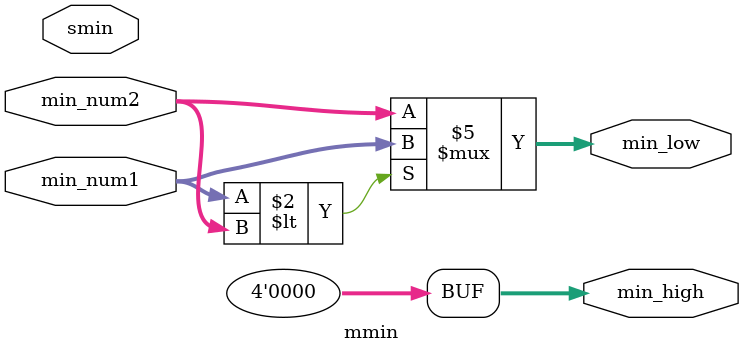
<source format=v>
/*
 * 最小值模块
 *
 * 输入：两个4位二进制数
 * 输出：最小值
 */


module mmin(
    min_num1,  // 数据A
    min_num2,  // 数据B
    min_high,  // 置零
    min_low ,  // 最小值结果
    smin       // 选择最小值功能
);

    input        [3:0]  min_num1;
    input        [3:0]  min_num2;
    output  reg  [3:0]  min_high = 4'b0000;
    output  reg  [3:0]  min_low ;
    input               smin    ;

    always @(*)
    begin
        if (min_num1 < min_num2)
            begin
                min_low = min_num1;
            end
        else
            begin
                min_low = min_num2;
            end
    end

endmodule
</source>
